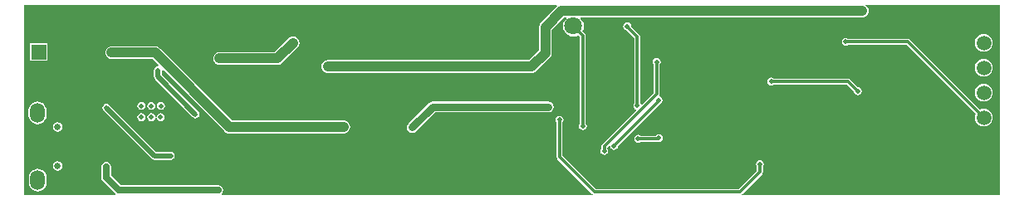
<source format=gbl>
%FSLAX25Y25*%
%MOIN*%
G70*
G01*
G75*
G04 Layer_Physical_Order=2*
G04 Layer_Color=16711680*
%ADD10R,0.12402X0.08898*%
%ADD11R,0.02400X0.05906*%
%ADD12R,0.03150X0.03937*%
%ADD13R,0.03937X0.04724*%
%ADD14R,0.15748X0.05118*%
%ADD15R,0.03937X0.03150*%
%ADD16R,0.05118X0.15748*%
%ADD17R,0.03937X0.01575*%
G04:AMPARAMS|DCode=18|XSize=39.37mil|YSize=59.06mil|CornerRadius=0mil|HoleSize=0mil|Usage=FLASHONLY|Rotation=180.000|XOffset=0mil|YOffset=0mil|HoleType=Round|Shape=Octagon|*
%AMOCTAGOND18*
4,1,8,0.00984,-0.02953,-0.00984,-0.02953,-0.01969,-0.01969,-0.01969,0.01969,-0.00984,0.02953,0.00984,0.02953,0.01969,0.01969,0.01969,-0.01969,0.00984,-0.02953,0.0*
%
%ADD18OCTAGOND18*%

%ADD19P,0.06392X8X22.5*%
%ADD20R,0.05906X0.01378*%
%ADD21R,0.05118X0.01260*%
%ADD22R,0.04724X0.03937*%
%ADD23C,0.04724*%
%ADD24R,0.04724X0.05906*%
%ADD25R,0.07874X0.04134*%
%ADD26R,0.26772X0.25984*%
%ADD27R,0.06299X0.05906*%
%ADD28R,0.03150X0.02559*%
%ADD29R,0.01575X0.03937*%
%ADD30O,0.01969X0.07874*%
%ADD31R,0.01969X0.07874*%
%ADD32C,0.03937*%
%ADD33C,0.01969*%
%ADD34C,0.02756*%
%ADD35C,0.03150*%
%ADD36C,0.01181*%
%ADD37C,0.02362*%
%ADD38R,0.06850X0.08228*%
%ADD39C,0.02559*%
%ADD40O,0.05906X0.07874*%
%ADD41R,0.05906X0.05906*%
%ADD42C,0.05906*%
%ADD43R,0.05906X0.05906*%
%ADD44C,0.07087*%
%ADD45C,0.03937*%
%ADD46C,0.01969*%
%ADD47C,0.02756*%
G36*
X392589Y1112D02*
X289286D01*
X289141Y1590D01*
X289198Y1629D01*
X297190Y9621D01*
X297451Y10012D01*
X297543Y10472D01*
X297543Y10473D01*
Y12629D01*
X297822Y13047D01*
X297944Y13661D01*
X297822Y14276D01*
X297474Y14797D01*
X296953Y15145D01*
X296339Y15267D01*
X295724Y15145D01*
X295203Y14797D01*
X294855Y14276D01*
X294733Y13661D01*
X294855Y13047D01*
X295134Y12629D01*
Y10971D01*
X287848Y3685D01*
X230499D01*
X217149Y17034D01*
Y30346D01*
X217428Y30764D01*
X217550Y31378D01*
X217428Y31992D01*
X217080Y32513D01*
X216559Y32861D01*
X215945Y32984D01*
X215330Y32861D01*
X214809Y32513D01*
X214461Y31992D01*
X214339Y31378D01*
X214461Y30764D01*
X214741Y30346D01*
Y16535D01*
X214741Y16535D01*
X214832Y16075D01*
X215093Y15684D01*
X229149Y1629D01*
X229206Y1590D01*
X229061Y1112D01*
X80428D01*
X80282Y1590D01*
X80316Y1613D01*
X80751Y2264D01*
X80904Y3032D01*
X80751Y3800D01*
X80316Y4451D01*
X79665Y4886D01*
X78897Y5039D01*
X39886D01*
X35934Y8991D01*
Y12510D01*
X35782Y13278D01*
X35346Y13929D01*
X34695Y14364D01*
X33927Y14517D01*
X33159Y14364D01*
X32508Y13929D01*
X32073Y13278D01*
X31920Y12510D01*
Y8159D01*
X31920Y8159D01*
X31920D01*
X32073Y7391D01*
X32508Y6740D01*
X37635Y1613D01*
X37635D01*
X37635Y1613D01*
X37635Y1613D01*
X37635D01*
X37635Y1613D01*
Y1613D01*
X37635Y1613D01*
Y1613D01*
X37669Y1590D01*
X37524Y1112D01*
X1112D01*
Y77628D01*
X214797D01*
X215038Y77314D01*
X215092Y77155D01*
X214868Y76983D01*
X208332Y70447D01*
X207922Y69913D01*
X207827Y69683D01*
X207664Y69290D01*
X207576Y68622D01*
Y59337D01*
X203616Y55376D01*
X122913D01*
X122245Y55288D01*
X121623Y55031D01*
X121088Y54620D01*
X120678Y54086D01*
X120420Y53463D01*
X120332Y52795D01*
X120420Y52127D01*
X120678Y51505D01*
X121088Y50970D01*
X121623Y50560D01*
X122245Y50302D01*
X122913Y50214D01*
X204685D01*
X205353Y50302D01*
X205664Y50431D01*
X205976Y50560D01*
X206510Y50970D01*
X211983Y56443D01*
X212393Y56977D01*
X212522Y57288D01*
X212651Y57600D01*
X212739Y58268D01*
Y67553D01*
X217762Y72576D01*
X218509D01*
X218670Y72103D01*
X218520Y71988D01*
X217858Y71125D01*
X217441Y70119D01*
X217299Y69040D01*
X217441Y67961D01*
X217858Y66955D01*
X218520Y66092D01*
X219384Y65429D01*
X220390Y65013D01*
X221469Y64871D01*
X222548Y65013D01*
X223428Y65377D01*
X224016Y64789D01*
Y29993D01*
X223737Y29575D01*
X223615Y28960D01*
X223737Y28346D01*
X224085Y27825D01*
X224606Y27477D01*
X225220Y27355D01*
X225835Y27477D01*
X226356Y27825D01*
X226704Y28346D01*
X226826Y28960D01*
X226704Y29575D01*
X226425Y29993D01*
Y65288D01*
X226425Y65288D01*
X226333Y65749D01*
X226072Y66140D01*
X225131Y67080D01*
X225496Y67961D01*
X225638Y69040D01*
X225496Y70119D01*
X225080Y71125D01*
X224417Y71988D01*
X224268Y72103D01*
X224428Y72576D01*
X337362D01*
X338030Y72664D01*
X338653Y72922D01*
X339187Y73332D01*
X339598Y73867D01*
X339855Y74489D01*
X339943Y75157D01*
X339855Y75826D01*
X339598Y76448D01*
X339187Y76983D01*
X338653Y77393D01*
X338700Y77628D01*
X392589D01*
Y1112D01*
D02*
G37*
%LPC*%
G36*
X14488Y30489D02*
X13758Y30344D01*
X13140Y29931D01*
X12727Y29312D01*
X12582Y28583D01*
X12727Y27853D01*
X13140Y27234D01*
X13758Y26821D01*
X14488Y26676D01*
X15218Y26821D01*
X15836Y27234D01*
X16250Y27853D01*
X16395Y28583D01*
X16250Y29312D01*
X15836Y29931D01*
X15218Y30344D01*
X14488Y30489D01*
D02*
G37*
G36*
X211315Y38845D02*
X165002D01*
X164157Y38677D01*
X163441Y38199D01*
X155189Y29947D01*
X154710Y29231D01*
X154542Y28386D01*
X154710Y27541D01*
X155189Y26825D01*
X155905Y26346D01*
X156750Y26178D01*
X157595Y26346D01*
X158311Y26825D01*
X165916Y34430D01*
X211315D01*
X212160Y34598D01*
X212876Y35076D01*
X213355Y35793D01*
X213523Y36638D01*
X213355Y37483D01*
X212876Y38199D01*
X212160Y38677D01*
X211315Y38845D01*
D02*
G37*
G36*
X330784Y64322D02*
X330169Y64200D01*
X329648Y63852D01*
X329300Y63331D01*
X329178Y62717D01*
X329300Y62102D01*
X329648Y61581D01*
X330169Y61233D01*
X330784Y61111D01*
X331398Y61233D01*
X331816Y61512D01*
X355285D01*
X382949Y33848D01*
X382708Y33265D01*
X382586Y32340D01*
X382708Y31415D01*
X383065Y30553D01*
X383633Y29813D01*
X384373Y29245D01*
X385235Y28888D01*
X386160Y28766D01*
X387085Y28888D01*
X387947Y29245D01*
X388687Y29813D01*
X389255Y30553D01*
X389612Y31415D01*
X389734Y32340D01*
X389612Y33265D01*
X389255Y34127D01*
X388687Y34867D01*
X387947Y35435D01*
X387085Y35792D01*
X386160Y35914D01*
X385235Y35792D01*
X384652Y35551D01*
X356635Y63568D01*
X356244Y63829D01*
X355784Y63921D01*
X355783Y63921D01*
X331816D01*
X331398Y64200D01*
X330784Y64322D01*
D02*
G37*
G36*
X6371Y38795D02*
X5446Y38674D01*
X4584Y38317D01*
X3844Y37749D01*
X3275Y37008D01*
X2919Y36146D01*
X2797Y35221D01*
Y33253D01*
X2919Y32328D01*
X3275Y31466D01*
X3844Y30726D01*
X4584Y30158D01*
X5446Y29801D01*
X6371Y29679D01*
X7296Y29801D01*
X8157Y30158D01*
X8898Y30726D01*
X9466Y31466D01*
X9823Y32328D01*
X9944Y33253D01*
Y35221D01*
X9823Y36146D01*
X9466Y37008D01*
X8898Y37749D01*
X8157Y38317D01*
X7296Y38674D01*
X6371Y38795D01*
D02*
G37*
G36*
X53543Y60967D02*
X36142D01*
X35474Y60879D01*
X34851Y60621D01*
X34317Y60211D01*
X33906Y59676D01*
X33649Y59054D01*
X33561Y58386D01*
X33649Y57718D01*
X33906Y57095D01*
X34317Y56561D01*
X34851Y56151D01*
X35474Y55893D01*
X36142Y55805D01*
X52474D01*
X54831Y53448D01*
X54723Y52905D01*
X54108Y52783D01*
X53587Y52435D01*
X53239Y51914D01*
X53117Y51299D01*
Y48703D01*
X53117Y48702D01*
X53219Y48190D01*
X53239Y48088D01*
X53587Y47567D01*
X53587Y47567D01*
X53587Y47567D01*
Y47567D01*
X68668Y32487D01*
D01*
X68668D01*
X68668Y32487D01*
X68668Y32487D01*
X68668D01*
D01*
X68668D01*
X68668Y32487D01*
Y32487D01*
X68668Y32487D01*
Y32487D01*
X69189Y32139D01*
X69291Y32118D01*
X69803Y32016D01*
X70418Y32139D01*
X70938Y32487D01*
X71287Y33008D01*
X71409Y33622D01*
X71307Y34135D01*
X71287Y34236D01*
X70938Y34757D01*
X56328Y49368D01*
Y51297D01*
X56337Y51301D01*
X56872Y51407D01*
X81600Y26679D01*
X82135Y26269D01*
D01*
D01*
Y26269D01*
X82135Y26269D01*
D01*
D01*
X82135D01*
Y26269D01*
D01*
X82135D01*
Y26269D01*
X82757Y26011D01*
X83425Y25923D01*
X129134D01*
X129802Y26011D01*
X130113Y26140D01*
X130424Y26269D01*
X130959Y26679D01*
X131077Y26797D01*
X131487Y27332D01*
X131670Y27772D01*
X131745Y27954D01*
X131833Y28622D01*
X131745Y29290D01*
X131670Y29472D01*
X131487Y29913D01*
X131077Y30447D01*
X130543Y30857D01*
X130178Y31008D01*
X129920Y31115D01*
X129252Y31203D01*
X128584Y31115D01*
X128511Y31085D01*
X84494D01*
X55368Y60211D01*
X54834Y60621D01*
X54469Y60772D01*
X54211Y60879D01*
X53543Y60967D01*
D02*
G37*
G36*
X14488Y14702D02*
X13758Y14557D01*
X13140Y14143D01*
X12727Y13525D01*
X12582Y12795D01*
X12727Y12066D01*
X13140Y11447D01*
X13758Y11034D01*
X14488Y10889D01*
X15218Y11034D01*
X15836Y11447D01*
X16250Y12066D01*
X16395Y12795D01*
X16250Y13525D01*
X15836Y14143D01*
X15218Y14557D01*
X14488Y14702D01*
D02*
G37*
G36*
X6449Y11756D02*
X5524Y11634D01*
X4662Y11277D01*
X3922Y10709D01*
X3354Y9969D01*
X2997Y9107D01*
X2875Y8182D01*
Y6213D01*
X2997Y5289D01*
X3354Y4427D01*
X3922Y3686D01*
X4662Y3118D01*
X5524Y2761D01*
X6449Y2640D01*
X7374Y2761D01*
X8236Y3118D01*
X8976Y3686D01*
X9544Y4427D01*
X9901Y5289D01*
X10023Y6213D01*
Y8182D01*
X9901Y9107D01*
X9544Y9969D01*
X8976Y10709D01*
X8236Y11277D01*
X7374Y11634D01*
X6449Y11756D01*
D02*
G37*
G36*
X34055Y37826D02*
X33543Y37724D01*
X33441Y37704D01*
X32920Y37356D01*
X32572Y36835D01*
X32551Y36733D01*
X32449Y36220D01*
X32551Y35708D01*
X32572Y35606D01*
X32920Y35085D01*
X32920Y35085D01*
X32920Y35085D01*
Y35085D01*
X52202Y15803D01*
X52202Y15803D01*
X52723Y15454D01*
X52825Y15434D01*
X53338Y15332D01*
X53338Y15332D01*
X59842D01*
X60456Y15454D01*
X60977Y15803D01*
X61325Y16323D01*
X61447Y16938D01*
X61325Y17552D01*
X60977Y18073D01*
X60456Y18421D01*
X59842Y18544D01*
X54003D01*
X35190Y37356D01*
X34670Y37704D01*
X34568Y37724D01*
X34055Y37826D01*
D02*
G37*
G36*
X255748Y25661D02*
X255134Y25539D01*
X254613Y25190D01*
X254501Y25023D01*
X248513D01*
X248095Y25302D01*
X247480Y25425D01*
X246866Y25302D01*
X246345Y24954D01*
X245997Y24433D01*
X245875Y23819D01*
X245997Y23204D01*
X246345Y22683D01*
X246866Y22335D01*
X247480Y22213D01*
X248095Y22335D01*
X248513Y22615D01*
X255069D01*
X255134Y22572D01*
X255748Y22449D01*
X256363Y22572D01*
X256883Y22920D01*
X257231Y23441D01*
X257354Y24055D01*
X257231Y24670D01*
X256883Y25190D01*
X256363Y25539D01*
X255748Y25661D01*
D02*
G37*
G36*
X243032Y70503D02*
X242417Y70381D01*
X241896Y70033D01*
X241548Y69512D01*
X241426Y68898D01*
X241548Y68283D01*
X241896Y67762D01*
X242417Y67414D01*
X242910Y67316D01*
X245915Y64312D01*
Y38064D01*
X245635Y37646D01*
X245513Y37031D01*
X245635Y36417D01*
X245983Y35896D01*
X246470Y35570D01*
D01*
X246490Y35369D01*
X246519Y35073D01*
X246519Y35073D01*
D01*
X233007Y21560D01*
X232746Y21170D01*
X232654Y20709D01*
X232654Y20709D01*
Y19969D01*
X232375Y19552D01*
X232253Y18937D01*
X232375Y18323D01*
X232723Y17802D01*
X233244Y17454D01*
X233858Y17331D01*
X234473Y17454D01*
X234994Y17802D01*
X235342Y18323D01*
X235464Y18937D01*
X235342Y19552D01*
X235063Y19969D01*
Y20210D01*
X235750Y20897D01*
X236228Y20752D01*
X236312Y20330D01*
X236660Y19809D01*
X237181Y19461D01*
X237795Y19339D01*
X238410Y19461D01*
X238931Y19809D01*
X239279Y20330D01*
X239377Y20823D01*
X256478Y37925D01*
X256765Y38117D01*
X257113Y38638D01*
X257236Y39252D01*
X257113Y39866D01*
X256765Y40387D01*
X256244Y40735D01*
X255802Y40823D01*
X255773Y40920D01*
X255773Y40920D01*
X256034Y41311D01*
X256125Y41772D01*
X256125Y41772D01*
Y53653D01*
X256405Y54071D01*
X256527Y54685D01*
X256405Y55300D01*
X256057Y55820D01*
X255536Y56169D01*
X254921Y56291D01*
X254307Y56169D01*
X253786Y55820D01*
X253438Y55300D01*
X253316Y54685D01*
X253438Y54071D01*
X253717Y53653D01*
Y42270D01*
X249077Y37631D01*
X248580Y37680D01*
X248323Y38064D01*
Y64810D01*
X248323Y64810D01*
X248231Y65271D01*
X247970Y65662D01*
X247970Y65662D01*
X244613Y69019D01*
X244515Y69512D01*
X244167Y70033D01*
X243646Y70381D01*
X243032Y70503D01*
D02*
G37*
G36*
X386160Y55914D02*
X385235Y55792D01*
X384373Y55435D01*
X383633Y54867D01*
X383065Y54127D01*
X382708Y53265D01*
X382586Y52340D01*
X382708Y51415D01*
X383065Y50553D01*
X383633Y49813D01*
X384373Y49245D01*
X385235Y48888D01*
X386160Y48766D01*
X387085Y48888D01*
X387947Y49245D01*
X388687Y49813D01*
X389255Y50553D01*
X389612Y51415D01*
X389734Y52340D01*
X389612Y53265D01*
X389255Y54127D01*
X388687Y54867D01*
X387947Y55435D01*
X387085Y55792D01*
X386160Y55914D01*
D02*
G37*
G36*
X300827Y48377D02*
X300212Y48255D01*
X299691Y47907D01*
X299343Y47386D01*
X299221Y46772D01*
X299343Y46157D01*
X299691Y45636D01*
X300212Y45288D01*
X300827Y45166D01*
X301441Y45288D01*
X301859Y45567D01*
X331273D01*
X334049Y42792D01*
X334146Y42299D01*
X334494Y41778D01*
X335016Y41430D01*
X335630Y41308D01*
X336244Y41430D01*
X336765Y41778D01*
X337113Y42299D01*
X337236Y42913D01*
X337113Y43528D01*
X336765Y44049D01*
X336244Y44397D01*
X335752Y44495D01*
X332623Y47623D01*
X332232Y47884D01*
X331772Y47976D01*
X331772Y47976D01*
X301859D01*
X301441Y48255D01*
X300827Y48377D01*
D02*
G37*
G36*
X108976Y64943D02*
X108308Y64855D01*
X107997Y64726D01*
X107686Y64597D01*
X107151Y64187D01*
X101575Y58612D01*
X79416D01*
X78748Y58524D01*
X78126Y58266D01*
X77591Y57855D01*
X77181Y57321D01*
X76923Y56698D01*
X76835Y56030D01*
X76923Y55362D01*
X77181Y54740D01*
X77591Y54205D01*
X78126Y53795D01*
X78748Y53537D01*
X79416Y53449D01*
X102645D01*
X103313Y53537D01*
X103570Y53644D01*
X103935Y53795D01*
X104470Y54205D01*
X110801Y60537D01*
X111212Y61072D01*
X111307Y61302D01*
X111470Y61694D01*
X111557Y62362D01*
X111470Y63030D01*
X111307Y63423D01*
X111212Y63653D01*
X110801Y64187D01*
X110267Y64597D01*
X109956Y64726D01*
X109644Y64855D01*
X108976Y64943D01*
D02*
G37*
G36*
X386160Y65914D02*
X385235Y65792D01*
X384373Y65435D01*
X383633Y64867D01*
X383065Y64127D01*
X382708Y63265D01*
X382586Y62340D01*
X382708Y61415D01*
X383065Y60553D01*
X383633Y59813D01*
X384373Y59245D01*
X385235Y58888D01*
X386160Y58766D01*
X387085Y58888D01*
X387947Y59245D01*
X388687Y59813D01*
X389255Y60553D01*
X389612Y61415D01*
X389734Y62340D01*
X389612Y63265D01*
X389255Y64127D01*
X388687Y64867D01*
X387947Y65435D01*
X387085Y65792D01*
X386160Y65914D01*
D02*
G37*
G36*
X10373Y62133D02*
X3287D01*
Y55047D01*
X10373D01*
Y62133D01*
D02*
G37*
G36*
X386160Y45914D02*
X385235Y45792D01*
X384373Y45435D01*
X383633Y44867D01*
X383065Y44127D01*
X382708Y43265D01*
X382586Y42340D01*
X382708Y41415D01*
X383065Y40553D01*
X383633Y39813D01*
X384373Y39245D01*
X385235Y38888D01*
X386160Y38766D01*
X387085Y38888D01*
X387947Y39245D01*
X388687Y39813D01*
X389255Y40553D01*
X389612Y41415D01*
X389734Y42340D01*
X389612Y43265D01*
X389255Y44127D01*
X388687Y44867D01*
X387947Y45435D01*
X387085Y45792D01*
X386160Y45914D01*
D02*
G37*
G36*
X55787Y34086D02*
X55173Y33964D01*
X54652Y33616D01*
X54304Y33095D01*
X54187Y32507D01*
X54187D01*
X53957D01*
X53634Y32771D01*
X53570Y33095D01*
X53222Y33616D01*
X52701Y33964D01*
X52087Y34086D01*
X51472Y33964D01*
X50951Y33616D01*
X50603Y33095D01*
X50481Y32480D01*
X50603Y31866D01*
X50951Y31345D01*
X51472Y30997D01*
X52087Y30875D01*
X52701Y30997D01*
X53222Y31345D01*
X53570Y31866D01*
X53687Y32454D01*
X53917D01*
X54240Y32190D01*
X54304Y31866D01*
X54652Y31345D01*
X55173Y30997D01*
X55787Y30875D01*
X56402Y30997D01*
X56923Y31345D01*
X57271Y31866D01*
X57393Y32480D01*
X57271Y33095D01*
X56923Y33616D01*
X56402Y33964D01*
X55787Y34086D01*
D02*
G37*
G36*
X48071D02*
X47456Y33964D01*
X46935Y33616D01*
X46587Y33095D01*
X46465Y32480D01*
X46587Y31866D01*
X46935Y31345D01*
X47456Y30997D01*
X48071Y30875D01*
X48685Y30997D01*
X49206Y31345D01*
X49554Y31866D01*
X49676Y32480D01*
X49554Y33095D01*
X49206Y33616D01*
X48685Y33964D01*
X48071Y34086D01*
D02*
G37*
G36*
Y38614D02*
X47456Y38491D01*
X46935Y38143D01*
X46587Y37622D01*
X46465Y37008D01*
X46587Y36393D01*
X46935Y35873D01*
X47456Y35524D01*
X48071Y35402D01*
X48685Y35524D01*
X49206Y35873D01*
X49554Y36393D01*
X49676Y37008D01*
X49554Y37622D01*
X49206Y38143D01*
X48685Y38491D01*
X48071Y38614D01*
D02*
G37*
G36*
X55945D02*
X55330Y38491D01*
X54809Y38143D01*
X54461Y37622D01*
X54339Y37008D01*
X54461Y36393D01*
X54809Y35873D01*
X55330Y35524D01*
X55945Y35402D01*
X56559Y35524D01*
X57080Y35873D01*
X57428Y36393D01*
X57551Y37008D01*
X57428Y37622D01*
X57080Y38143D01*
X56559Y38491D01*
X55945Y38614D01*
D02*
G37*
G36*
X52008D02*
X51393Y38491D01*
X50872Y38143D01*
X50524Y37622D01*
X50402Y37008D01*
X50524Y36393D01*
X50872Y35873D01*
X51393Y35524D01*
X52008Y35402D01*
X52622Y35524D01*
X53143Y35873D01*
X53491Y36393D01*
X53614Y37008D01*
X53491Y37622D01*
X53143Y38143D01*
X52622Y38491D01*
X52008Y38614D01*
D02*
G37*
%LPD*%
D32*
X102645Y56030D02*
X108976Y62362D01*
X79416Y56030D02*
X102645D01*
X122913Y52795D02*
X204685D01*
X210157Y58268D01*
X129134Y28504D02*
X129252Y28622D01*
X83425Y28504D02*
X129134D01*
X210157Y58268D02*
Y68622D01*
X216693Y75157D01*
X337362D01*
X36142Y58386D02*
X53543D01*
X83425Y28504D01*
D33*
X54723Y48702D02*
X69803Y33622D01*
X54723Y48702D02*
Y51299D01*
X34055Y36220D02*
X53338Y16938D01*
X59842D01*
D34*
X39055Y3032D02*
X78897D01*
X33927Y8159D02*
Y12510D01*
Y8159D02*
X39055Y3032D01*
D35*
X156750Y28386D02*
X165002Y36638D01*
X211315D01*
D36*
X247480Y23819D02*
X255512D01*
X255748Y24055D01*
X237795Y20945D02*
X255630Y38780D01*
Y39252D01*
X233858Y18937D02*
Y20709D01*
X254921Y41772D01*
Y54685D01*
X215945Y16535D02*
Y31378D01*
Y16535D02*
X230000Y2480D01*
X288347D01*
X296339Y10472D01*
Y13661D01*
X330866Y62717D02*
X355784D01*
X386160Y32340D01*
X331772Y46772D02*
X335630Y42913D01*
X300827Y46772D02*
X331772D01*
X225220Y28960D02*
Y65288D01*
X221469Y69040D02*
X225220Y65288D01*
X243032Y68898D02*
X247119Y64810D01*
Y37031D02*
Y64810D01*
D39*
X14488Y12795D02*
D03*
Y28583D02*
D03*
D40*
X6449Y7198D02*
D03*
X6371Y34237D02*
D03*
D41*
X6830Y68590D02*
D03*
Y58590D02*
D03*
D42*
X386160Y52340D02*
D03*
Y42340D02*
D03*
Y32340D02*
D03*
Y62340D02*
D03*
D43*
Y22340D02*
D03*
D44*
X221469Y69040D02*
D03*
X196666D02*
D03*
D45*
X337362Y75157D02*
D03*
X108976Y62362D02*
D03*
X79416Y56030D02*
D03*
X36142Y58386D02*
D03*
X129252Y28622D02*
D03*
X83425Y28504D02*
D03*
D46*
X69803Y33622D02*
D03*
X54723Y51299D02*
D03*
X122913Y52795D02*
D03*
X78897Y3032D02*
D03*
X34055Y36220D02*
D03*
X59842Y16938D02*
D03*
X211315Y36638D02*
D03*
X247480Y23819D02*
D03*
X255748Y24055D02*
D03*
X237795Y20945D02*
D03*
X255630Y39252D02*
D03*
X233858Y18937D02*
D03*
X254921Y54685D02*
D03*
X215945Y31378D02*
D03*
X247119Y37031D02*
D03*
X296339Y13661D02*
D03*
X225220Y28960D02*
D03*
X330784Y62717D02*
D03*
X335630Y42913D02*
D03*
X300827Y46772D02*
D03*
X243032Y68898D02*
D03*
X156750Y28386D02*
D03*
X161772Y12087D02*
D03*
X245354Y12638D02*
D03*
X190984Y16457D02*
D03*
X189567Y22598D02*
D03*
X230748Y32205D02*
D03*
X228228Y50551D02*
D03*
X239646Y13465D02*
D03*
X250866Y10472D02*
D03*
X232520Y36693D02*
D03*
X220905Y46063D02*
D03*
X279882Y37638D02*
D03*
X219055Y49606D02*
D03*
X219961Y56890D02*
D03*
X287480Y21260D02*
D03*
X287559Y10866D02*
D03*
X277835Y7835D02*
D03*
X236063Y55787D02*
D03*
X291142Y61417D02*
D03*
X158207Y16339D02*
D03*
X172126Y17362D02*
D03*
X139427Y12520D02*
D03*
X267362Y68504D02*
D03*
X303307Y59331D02*
D03*
X160669Y24961D02*
D03*
X280827Y68701D02*
D03*
X282520Y53347D02*
D03*
X278583Y23583D02*
D03*
X287756Y36299D02*
D03*
X301220Y66063D02*
D03*
X20118Y12717D02*
D03*
X22165Y6535D02*
D03*
X29961Y71772D02*
D03*
X122756Y19213D02*
D03*
X33425Y17441D02*
D03*
X132813Y10551D02*
D03*
X129567Y15827D02*
D03*
X12677Y75748D02*
D03*
X67638Y7441D02*
D03*
X35787Y73661D02*
D03*
X61772Y73858D02*
D03*
X16654Y71772D02*
D03*
X55000Y63071D02*
D03*
X68583Y71653D02*
D03*
X184961Y22716D02*
D03*
X189331Y42638D02*
D03*
X189882Y57284D02*
D03*
X203228Y68032D02*
D03*
X207874Y45787D02*
D03*
X109803Y66850D02*
D03*
X301969Y16260D02*
D03*
X89016Y69252D02*
D03*
X332126Y6693D02*
D03*
X89567Y64134D02*
D03*
X84016Y63937D02*
D03*
X158504Y57913D02*
D03*
X113347Y68661D02*
D03*
X78504Y60590D02*
D03*
X123228Y39213D02*
D03*
X302165Y10866D02*
D03*
X333347Y68189D02*
D03*
X324449Y7283D02*
D03*
X295551Y67874D02*
D03*
X365079Y30079D02*
D03*
X376614Y69410D02*
D03*
X362992Y64882D02*
D03*
X366496Y74370D02*
D03*
X372284Y64055D02*
D03*
X349213Y26969D02*
D03*
X346969Y67953D02*
D03*
X363858Y73543D02*
D03*
X362165Y66890D02*
D03*
X351260Y69213D02*
D03*
X372677Y22677D02*
D03*
X364882Y58701D02*
D03*
X354134Y74961D02*
D03*
X350866Y58898D02*
D03*
X354764Y26575D02*
D03*
X366535Y46968D02*
D03*
X378661Y49449D02*
D03*
X346339Y45945D02*
D03*
X365905Y28858D02*
D03*
X375551Y31102D02*
D03*
X357638Y22244D02*
D03*
X366732Y20394D02*
D03*
X169034Y16121D02*
D03*
X176554Y16082D02*
D03*
X184940Y15885D02*
D03*
X48071Y32480D02*
D03*
X55787D02*
D03*
X52087D02*
D03*
X48071Y37008D02*
D03*
X52008D02*
D03*
X55945D02*
D03*
D47*
X33927Y12510D02*
D03*
M02*

</source>
